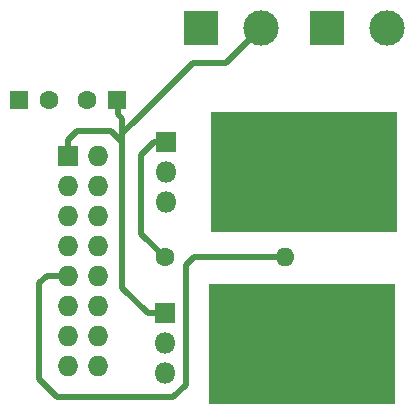
<source format=gbr>
G04 #@! TF.FileFunction,Copper,L2,Bot,Signal*
%FSLAX46Y46*%
G04 Gerber Fmt 4.6, Leading zero omitted, Abs format (unit mm)*
G04 Created by KiCad (PCBNEW 4.0.4-stable) date 03/17/18 20:15:35*
%MOMM*%
%LPD*%
G01*
G04 APERTURE LIST*
%ADD10C,0.100000*%
%ADD11C,0.600000*%
%ADD12C,1.600000*%
%ADD13O,1.600000X1.600000*%
%ADD14R,2.999740X2.999740*%
%ADD15C,2.999740*%
%ADD16O,1.727200X1.727200*%
%ADD17R,1.727200X1.727200*%
%ADD18R,1.600000X1.600000*%
%ADD19C,3.500000*%
%ADD20R,1.800000X1.800000*%
%ADD21O,1.800000X1.800000*%
%ADD22R,15.800000X10.200000*%
%ADD23C,0.500000*%
G04 APERTURE END LIST*
D10*
D11*
X143830000Y-114250000D03*
X145830000Y-114250000D03*
X147830000Y-114250000D03*
X149830000Y-114250000D03*
X151830000Y-114250000D03*
X153830000Y-114250000D03*
X155830000Y-114250000D03*
X157830000Y-114250000D03*
X143830000Y-116250000D03*
X145830000Y-116250000D03*
X147830000Y-116250000D03*
X149830000Y-116250000D03*
X151830000Y-116250000D03*
X153830000Y-116250000D03*
X157830000Y-116250000D03*
X143830000Y-118250000D03*
X145830000Y-118250000D03*
X147830000Y-118250000D03*
X149830000Y-118250000D03*
X151830000Y-118250000D03*
X143830000Y-120250000D03*
X145830000Y-120250000D03*
X147830000Y-120250000D03*
X149830000Y-120250000D03*
X151830000Y-120250000D03*
X153830000Y-120250000D03*
X157830000Y-120250000D03*
X143830000Y-122250000D03*
X145830000Y-122250000D03*
X147830000Y-122250000D03*
X149830000Y-122250000D03*
X151830000Y-122250000D03*
X153830000Y-122250000D03*
X155830000Y-122250000D03*
X157830000Y-122250000D03*
X157830000Y-107690000D03*
X155830000Y-107690000D03*
X153830000Y-107690000D03*
X151830000Y-107690000D03*
X149830000Y-107690000D03*
X147830000Y-107690000D03*
X145830000Y-107690000D03*
X143830000Y-107690000D03*
X157830000Y-105690000D03*
X153830000Y-105690000D03*
X151830000Y-105690000D03*
X149830000Y-105690000D03*
X147830000Y-105690000D03*
X145830000Y-105690000D03*
X143830000Y-105690000D03*
X151830000Y-103690000D03*
X149830000Y-103690000D03*
X147830000Y-103690000D03*
X145830000Y-103690000D03*
X143830000Y-103690000D03*
X157830000Y-101690000D03*
X153830000Y-101690000D03*
X151830000Y-101690000D03*
X149830000Y-101690000D03*
X147830000Y-101690000D03*
X145830000Y-101690000D03*
X143830000Y-101690000D03*
X157830000Y-99690000D03*
X155830000Y-99690000D03*
X153830000Y-99690000D03*
X151830000Y-99690000D03*
X149830000Y-99690000D03*
X147830000Y-99690000D03*
X145830000Y-99690000D03*
D12*
X139070000Y-110910000D03*
D13*
X149230000Y-110910000D03*
D14*
X142190000Y-91480000D03*
D15*
X147270000Y-91480000D03*
D14*
X152810000Y-91500000D03*
D15*
X157890000Y-91500000D03*
D11*
X143830000Y-99690000D03*
D16*
X133460000Y-120110000D03*
X130920000Y-120110000D03*
X133460000Y-117570000D03*
X130920000Y-117570000D03*
X133460000Y-115030000D03*
X130920000Y-115030000D03*
X133460000Y-112490000D03*
X130920000Y-112490000D03*
D17*
X130920000Y-102330000D03*
D16*
X133460000Y-102330000D03*
X130920000Y-104870000D03*
X133460000Y-104870000D03*
X130920000Y-107410000D03*
X133460000Y-107410000D03*
X130920000Y-109950000D03*
X133460000Y-109950000D03*
D18*
X126770000Y-97590000D03*
D12*
X129270000Y-97590000D03*
D18*
X135010000Y-97590000D03*
D12*
X132510000Y-97590000D03*
D19*
X155880000Y-103660000D03*
D20*
X139220000Y-101120000D03*
D21*
X139220000Y-103660000D03*
X139220000Y-106200000D03*
D22*
X150845000Y-103695000D03*
D19*
X155750000Y-118210000D03*
D20*
X139090000Y-115670000D03*
D21*
X139090000Y-118210000D03*
X139090000Y-120750000D03*
D22*
X150715000Y-118245000D03*
D23*
X135088000Y-97536000D02*
X135088000Y-98789370D01*
X135088000Y-98789370D02*
X135490000Y-99191370D01*
X135490000Y-99191370D02*
X135490000Y-100420000D01*
X135490000Y-101180000D02*
X135490000Y-100420000D01*
X135490000Y-100420000D02*
X136570000Y-99340000D01*
X136570000Y-99340000D02*
X138160000Y-97750000D01*
X138160000Y-97680000D02*
X138160000Y-97750000D01*
X138230000Y-97680000D02*
X138160000Y-97680000D01*
X138260000Y-97650000D02*
X138230000Y-97680000D01*
X139940000Y-95970000D02*
X141440000Y-94470000D01*
X138160000Y-97750000D02*
X139940000Y-95970000D01*
X141440000Y-94470000D02*
X144280000Y-94470000D01*
X135490000Y-113470000D02*
X135490000Y-101180000D01*
X131636400Y-100250000D02*
X134560000Y-100250000D01*
X134560000Y-100250000D02*
X135490000Y-101180000D01*
X130920000Y-102330000D02*
X130920000Y-100966400D01*
X130920000Y-100966400D02*
X131636400Y-100250000D01*
X139090000Y-115670000D02*
X137690000Y-115670000D01*
X137690000Y-115670000D02*
X135490000Y-113470000D01*
X144280000Y-94470000D02*
X147270000Y-91480000D01*
X129980000Y-122770000D02*
X139820000Y-122770000D01*
X128495000Y-121285000D02*
X129980000Y-122770000D01*
X141520000Y-110910000D02*
X149230000Y-110910000D01*
X140840000Y-111590000D02*
X141520000Y-110910000D01*
X140840000Y-121750000D02*
X140840000Y-111590000D01*
X139820000Y-122770000D02*
X140840000Y-121750000D01*
X128495000Y-121285000D02*
X128440000Y-121230000D01*
X129080000Y-112490000D02*
X130920000Y-112490000D01*
X128440000Y-113130000D02*
X129080000Y-112490000D01*
X128440000Y-121230000D02*
X128440000Y-113130000D01*
X128495000Y-121285000D02*
X128480000Y-121270000D01*
X139220000Y-101120000D02*
X138180000Y-101120000D01*
X137080000Y-108920000D02*
X139070000Y-110910000D01*
X137080000Y-102220000D02*
X137080000Y-108920000D01*
X138180000Y-101120000D02*
X137080000Y-102220000D01*
M02*

</source>
